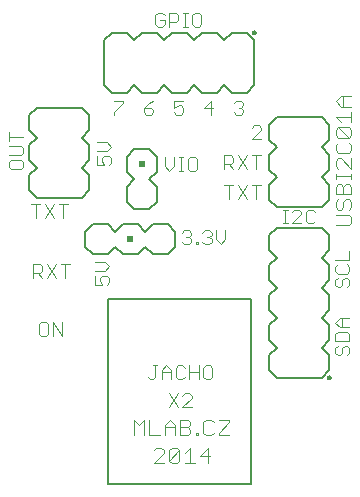
<source format=gbr>
G75*
G70*
%OFA0B0*%
%FSLAX24Y24*%
%IPPOS*%
%LPD*%
%AMOC8*
5,1,8,0,0,1.08239X$1,22.5*
%
%ADD10C,0.0040*%
%ADD11C,0.0050*%
%ADD12C,0.0060*%
%ADD13R,0.0200X0.0200*%
D10*
X001819Y005305D02*
X001973Y005305D01*
X002049Y005382D01*
X002049Y005689D01*
X001973Y005765D01*
X001819Y005765D01*
X001743Y005689D01*
X001743Y005382D01*
X001819Y005305D01*
X002203Y005305D02*
X002203Y005765D01*
X002510Y005305D01*
X002510Y005765D01*
X003617Y007009D02*
X003847Y007009D01*
X003771Y007163D01*
X003771Y007239D01*
X003847Y007316D01*
X004001Y007316D01*
X004078Y007239D01*
X004078Y007086D01*
X004001Y007009D01*
X003617Y007009D02*
X003617Y007316D01*
X003617Y007470D02*
X003924Y007470D01*
X004078Y007623D01*
X003924Y007777D01*
X003617Y007777D01*
X002760Y007703D02*
X002453Y007703D01*
X002606Y007703D02*
X002606Y007243D01*
X002299Y007243D02*
X001992Y007703D01*
X001839Y007626D02*
X001839Y007473D01*
X001762Y007396D01*
X001532Y007396D01*
X001532Y007243D02*
X001532Y007703D01*
X001762Y007703D01*
X001839Y007626D01*
X001686Y007396D02*
X001839Y007243D01*
X001992Y007243D02*
X002299Y007703D01*
X002237Y009243D02*
X001930Y009703D01*
X001777Y009703D02*
X001470Y009703D01*
X001623Y009703D02*
X001623Y009243D01*
X001930Y009243D02*
X002237Y009703D01*
X002390Y009703D02*
X002697Y009703D01*
X002544Y009703D02*
X002544Y009243D01*
X001126Y010868D02*
X001203Y010944D01*
X001203Y011098D01*
X001126Y011174D01*
X000819Y011174D01*
X000742Y011098D01*
X000742Y010944D01*
X000819Y010868D01*
X001126Y010868D01*
X001126Y011328D02*
X001203Y011405D01*
X001203Y011558D01*
X001126Y011635D01*
X000742Y011635D01*
X000742Y011788D02*
X000742Y012095D01*
X000742Y011942D02*
X001203Y011942D01*
X001126Y011328D02*
X000742Y011328D01*
X003680Y011299D02*
X003680Y010993D01*
X003910Y010993D01*
X003833Y011146D01*
X003833Y011223D01*
X003910Y011299D01*
X004063Y011299D01*
X004140Y011223D01*
X004140Y011069D01*
X004063Y010993D01*
X003987Y011453D02*
X004140Y011606D01*
X003987Y011760D01*
X003680Y011760D01*
X003680Y011453D02*
X003987Y011453D01*
X004243Y012680D02*
X004243Y012757D01*
X004549Y013064D01*
X004549Y013140D01*
X004243Y013140D01*
X005243Y012910D02*
X005243Y012757D01*
X005319Y012680D01*
X005473Y012680D01*
X005549Y012757D01*
X005549Y012833D01*
X005473Y012910D01*
X005243Y012910D01*
X005396Y013064D01*
X005549Y013140D01*
X006243Y013140D02*
X006243Y012910D01*
X006396Y012987D01*
X006473Y012987D01*
X006549Y012910D01*
X006549Y012757D01*
X006473Y012680D01*
X006319Y012680D01*
X006243Y012757D01*
X006243Y013140D02*
X006549Y013140D01*
X007243Y012910D02*
X007549Y012910D01*
X007473Y012680D02*
X007473Y013140D01*
X007243Y012910D01*
X008243Y012757D02*
X008319Y012680D01*
X008473Y012680D01*
X008549Y012757D01*
X008549Y012833D01*
X008473Y012910D01*
X008396Y012910D01*
X008473Y012910D02*
X008549Y012987D01*
X008549Y013064D01*
X008473Y013140D01*
X008319Y013140D01*
X008243Y013064D01*
X008905Y012328D02*
X008828Y012251D01*
X008905Y012328D02*
X009058Y012328D01*
X009135Y012251D01*
X009135Y012174D01*
X008828Y011868D01*
X009135Y011868D01*
X009135Y011328D02*
X008828Y011328D01*
X008981Y011328D02*
X008981Y010868D01*
X008674Y010868D02*
X008367Y011328D01*
X008214Y011251D02*
X008214Y011098D01*
X008137Y011021D01*
X007907Y011021D01*
X007907Y010868D02*
X007907Y011328D01*
X008137Y011328D01*
X008214Y011251D01*
X008061Y011021D02*
X008214Y010868D01*
X008367Y010868D02*
X008674Y011328D01*
X008674Y010328D02*
X008367Y009868D01*
X008061Y009868D02*
X008061Y010328D01*
X008214Y010328D02*
X007907Y010328D01*
X008367Y010328D02*
X008674Y009868D01*
X008981Y009868D02*
X008981Y010328D01*
X008828Y010328D02*
X009135Y010328D01*
X009868Y009515D02*
X010021Y009515D01*
X009944Y009515D02*
X009944Y009055D01*
X009868Y009055D02*
X010021Y009055D01*
X010174Y009055D02*
X010481Y009362D01*
X010481Y009439D01*
X010405Y009515D01*
X010251Y009515D01*
X010174Y009439D01*
X010174Y009055D02*
X010481Y009055D01*
X010635Y009132D02*
X010712Y009055D01*
X010865Y009055D01*
X010942Y009132D01*
X010942Y009439D02*
X010865Y009515D01*
X010712Y009515D01*
X010635Y009439D01*
X010635Y009132D01*
X011620Y008993D02*
X012053Y008993D01*
X012140Y009079D01*
X012140Y009253D01*
X012053Y009339D01*
X011620Y009339D01*
X011706Y009508D02*
X011620Y009595D01*
X011620Y009768D01*
X011706Y009855D01*
X011620Y010024D02*
X011620Y010284D01*
X011706Y010371D01*
X011793Y010371D01*
X011880Y010284D01*
X011880Y010024D01*
X011967Y009855D02*
X012053Y009855D01*
X012140Y009768D01*
X012140Y009595D01*
X012053Y009508D01*
X011880Y009595D02*
X011880Y009768D01*
X011967Y009855D01*
X011880Y009595D02*
X011793Y009508D01*
X011706Y009508D01*
X011620Y010024D02*
X012140Y010024D01*
X012140Y010284D01*
X012053Y010371D01*
X011967Y010371D01*
X011880Y010284D01*
X012140Y010539D02*
X012140Y010713D01*
X012140Y010626D02*
X011620Y010626D01*
X011620Y010539D02*
X011620Y010713D01*
X011706Y010883D02*
X011620Y010970D01*
X011620Y011143D01*
X011706Y011230D01*
X011793Y011230D01*
X012140Y010883D01*
X012140Y011230D01*
X012053Y011399D02*
X012140Y011486D01*
X012140Y011659D01*
X012053Y011746D01*
X012053Y011914D02*
X011706Y012261D01*
X012053Y012261D01*
X012140Y012175D01*
X012140Y012001D01*
X012053Y011914D01*
X011706Y011914D01*
X011620Y012001D01*
X011620Y012175D01*
X011706Y012261D01*
X011793Y012430D02*
X011620Y012604D01*
X012140Y012604D01*
X012140Y012777D02*
X012140Y012430D01*
X012140Y012946D02*
X011793Y012946D01*
X011620Y013119D01*
X011793Y013293D01*
X012140Y013293D01*
X011880Y013293D02*
X011880Y012946D01*
X011706Y011746D02*
X011620Y011659D01*
X011620Y011486D01*
X011706Y011399D01*
X012053Y011399D01*
X012078Y008152D02*
X012078Y007845D01*
X011617Y007845D01*
X011694Y007691D02*
X011617Y007614D01*
X011617Y007461D01*
X011694Y007384D01*
X012001Y007384D01*
X012078Y007461D01*
X012078Y007614D01*
X012001Y007691D01*
X012001Y007231D02*
X011924Y007231D01*
X011847Y007154D01*
X011847Y007001D01*
X011771Y006924D01*
X011694Y006924D01*
X011617Y007001D01*
X011617Y007154D01*
X011694Y007231D01*
X012001Y007231D02*
X012078Y007154D01*
X012078Y007001D01*
X012001Y006924D01*
X012078Y005902D02*
X011771Y005902D01*
X011617Y005748D01*
X011771Y005595D01*
X012078Y005595D01*
X012001Y005441D02*
X011694Y005441D01*
X011617Y005364D01*
X011617Y005134D01*
X012078Y005134D01*
X012078Y005364D01*
X012001Y005441D01*
X011847Y005595D02*
X011847Y005902D01*
X011924Y004981D02*
X012001Y004981D01*
X012078Y004904D01*
X012078Y004751D01*
X012001Y004674D01*
X011847Y004751D02*
X011847Y004904D01*
X011924Y004981D01*
X011694Y004981D02*
X011617Y004904D01*
X011617Y004751D01*
X011694Y004674D01*
X011771Y004674D01*
X011847Y004751D01*
X008074Y002515D02*
X008074Y002429D01*
X007727Y002082D01*
X007727Y001995D01*
X008074Y001995D01*
X008074Y002515D02*
X007727Y002515D01*
X007558Y002429D02*
X007471Y002515D01*
X007298Y002515D01*
X007211Y002429D01*
X007211Y002082D01*
X007298Y001995D01*
X007471Y001995D01*
X007558Y002082D01*
X007040Y002082D02*
X007040Y001995D01*
X006953Y001995D01*
X006953Y002082D01*
X007040Y002082D01*
X006785Y002082D02*
X006698Y001995D01*
X006438Y001995D01*
X006438Y002515D01*
X006698Y002515D01*
X006785Y002429D01*
X006785Y002342D01*
X006698Y002255D01*
X006438Y002255D01*
X006269Y002255D02*
X005922Y002255D01*
X005922Y002342D02*
X006096Y002515D01*
X006269Y002342D01*
X006269Y001995D01*
X005922Y001995D02*
X005922Y002342D01*
X005753Y001995D02*
X005406Y001995D01*
X005406Y002515D01*
X005238Y002515D02*
X005238Y001995D01*
X004891Y001995D02*
X004891Y002515D01*
X005064Y002342D01*
X005238Y002515D01*
X006055Y002930D02*
X006362Y003390D01*
X006515Y003314D02*
X006592Y003390D01*
X006746Y003390D01*
X006822Y003314D01*
X006822Y003237D01*
X006515Y002930D01*
X006822Y002930D01*
X006362Y002930D02*
X006055Y003390D01*
X006135Y003868D02*
X006135Y004174D01*
X005981Y004328D01*
X005828Y004174D01*
X005828Y003868D01*
X005828Y004098D02*
X006135Y004098D01*
X006288Y004251D02*
X006288Y003944D01*
X006365Y003868D01*
X006518Y003868D01*
X006595Y003944D01*
X006749Y003868D02*
X006749Y004328D01*
X006595Y004251D02*
X006518Y004328D01*
X006365Y004328D01*
X006288Y004251D01*
X006749Y004098D02*
X007056Y004098D01*
X007209Y004251D02*
X007209Y003944D01*
X007286Y003868D01*
X007439Y003868D01*
X007516Y003944D01*
X007516Y004251D01*
X007439Y004328D01*
X007286Y004328D01*
X007209Y004251D01*
X007056Y004328D02*
X007056Y003868D01*
X006698Y002255D02*
X006785Y002168D01*
X006785Y002082D01*
X006760Y001578D02*
X006760Y001058D01*
X006933Y001058D02*
X006586Y001058D01*
X006418Y001144D02*
X006331Y001058D01*
X006157Y001058D01*
X006071Y001144D01*
X006418Y001491D01*
X006418Y001144D01*
X006586Y001404D02*
X006760Y001578D01*
X006418Y001491D02*
X006331Y001578D01*
X006157Y001578D01*
X006071Y001491D01*
X006071Y001144D01*
X005902Y001058D02*
X005555Y001058D01*
X005902Y001404D01*
X005902Y001491D01*
X005815Y001578D01*
X005642Y001578D01*
X005555Y001491D01*
X007102Y001318D02*
X007449Y001318D01*
X007362Y001578D02*
X007102Y001318D01*
X007362Y001058D02*
X007362Y001578D01*
X005521Y003868D02*
X005598Y003944D01*
X005598Y004328D01*
X005674Y004328D02*
X005521Y004328D01*
X005368Y003944D02*
X005444Y003868D01*
X005521Y003868D01*
X006569Y008368D02*
X006493Y008444D01*
X006569Y008368D02*
X006723Y008368D01*
X006799Y008444D01*
X006799Y008521D01*
X006723Y008598D01*
X006646Y008598D01*
X006723Y008598D02*
X006799Y008674D01*
X006799Y008751D01*
X006723Y008828D01*
X006569Y008828D01*
X006493Y008751D01*
X006953Y008444D02*
X006953Y008368D01*
X007030Y008368D01*
X007030Y008444D01*
X006953Y008444D01*
X007183Y008444D02*
X007260Y008368D01*
X007413Y008368D01*
X007490Y008444D01*
X007490Y008521D01*
X007413Y008598D01*
X007337Y008598D01*
X007413Y008598D02*
X007490Y008674D01*
X007490Y008751D01*
X007413Y008828D01*
X007260Y008828D01*
X007183Y008751D01*
X007643Y008828D02*
X007643Y008521D01*
X007797Y008368D01*
X007950Y008521D01*
X007950Y008828D01*
X006928Y010805D02*
X006774Y010805D01*
X006697Y010882D01*
X006697Y011189D01*
X006774Y011265D01*
X006928Y011265D01*
X007004Y011189D01*
X007004Y010882D01*
X006928Y010805D01*
X006544Y010805D02*
X006390Y010805D01*
X006467Y010805D02*
X006467Y011265D01*
X006390Y011265D02*
X006544Y011265D01*
X006237Y011265D02*
X006237Y010958D01*
X006083Y010805D01*
X005930Y010958D01*
X005930Y011265D01*
X005848Y015618D02*
X005694Y015618D01*
X005618Y015694D01*
X005618Y016001D01*
X005694Y016078D01*
X005848Y016078D01*
X005924Y016001D01*
X005924Y015848D02*
X005771Y015848D01*
X005924Y015848D02*
X005924Y015694D01*
X005848Y015618D01*
X006078Y015618D02*
X006078Y016078D01*
X006308Y016078D01*
X006385Y016001D01*
X006385Y015848D01*
X006308Y015771D01*
X006078Y015771D01*
X006538Y015618D02*
X006692Y015618D01*
X006615Y015618D02*
X006615Y016078D01*
X006538Y016078D02*
X006692Y016078D01*
X006845Y016001D02*
X006845Y015694D01*
X006922Y015618D01*
X007075Y015618D01*
X007152Y015694D01*
X007152Y016001D01*
X007075Y016078D01*
X006922Y016078D01*
X006845Y016001D01*
D11*
X004028Y006536D02*
X004028Y000355D01*
X008792Y000355D01*
X008792Y006536D01*
X004028Y006536D01*
X008860Y015410D02*
X008862Y015423D01*
X008867Y015436D01*
X008876Y015447D01*
X008887Y015454D01*
X008900Y015459D01*
X008913Y015460D01*
X008927Y015457D01*
X008939Y015451D01*
X008949Y015442D01*
X008956Y015430D01*
X008960Y015417D01*
X008960Y015403D01*
X008956Y015390D01*
X008949Y015378D01*
X008939Y015369D01*
X008927Y015363D01*
X008913Y015360D01*
X008900Y015361D01*
X008887Y015366D01*
X008876Y015373D01*
X008867Y015384D01*
X008862Y015397D01*
X008860Y015410D01*
X011360Y003910D02*
X011362Y003923D01*
X011367Y003936D01*
X011376Y003947D01*
X011387Y003954D01*
X011400Y003959D01*
X011413Y003960D01*
X011427Y003957D01*
X011439Y003951D01*
X011449Y003942D01*
X011456Y003930D01*
X011460Y003917D01*
X011460Y003903D01*
X011456Y003890D01*
X011449Y003878D01*
X011439Y003869D01*
X011427Y003863D01*
X011413Y003860D01*
X011400Y003861D01*
X011387Y003866D01*
X011376Y003873D01*
X011367Y003884D01*
X011362Y003897D01*
X011360Y003910D01*
D12*
X011160Y003910D02*
X011410Y004160D01*
X011410Y004660D01*
X011160Y004910D01*
X011410Y005160D01*
X011410Y005660D01*
X011160Y005910D01*
X011410Y006160D01*
X011410Y006660D01*
X011160Y006910D01*
X011410Y007160D01*
X011410Y007660D01*
X011160Y007910D01*
X011410Y008160D01*
X011410Y008660D01*
X011160Y008910D01*
X009660Y008910D01*
X009410Y008660D01*
X009410Y008160D01*
X009660Y007910D01*
X009410Y007660D01*
X009410Y007160D01*
X009660Y006910D01*
X009410Y006660D01*
X009410Y006160D01*
X009660Y005910D01*
X009410Y005660D01*
X009410Y005160D01*
X009660Y004910D01*
X009410Y004660D01*
X009410Y004160D01*
X009660Y003910D01*
X011160Y003910D01*
X011160Y009598D02*
X009660Y009598D01*
X009410Y009848D01*
X009410Y010348D01*
X009660Y010598D01*
X009410Y010848D01*
X009410Y011348D01*
X009660Y011598D01*
X009410Y011848D01*
X009410Y012348D01*
X009660Y012598D01*
X011160Y012598D01*
X011410Y012348D01*
X011410Y011848D01*
X011160Y011598D01*
X011410Y011348D01*
X011410Y010848D01*
X011160Y010598D01*
X011410Y010348D01*
X011410Y009848D01*
X011160Y009598D01*
X008660Y013410D02*
X008160Y013410D01*
X007910Y013660D01*
X007660Y013410D01*
X007160Y013410D01*
X006910Y013660D01*
X006660Y013410D01*
X006160Y013410D01*
X005910Y013660D01*
X005660Y013410D01*
X005160Y013410D01*
X004910Y013660D01*
X004660Y013410D01*
X004160Y013410D01*
X003910Y013660D01*
X003910Y015160D01*
X004160Y015410D01*
X004660Y015410D01*
X004910Y015160D01*
X005160Y015410D01*
X005660Y015410D01*
X005910Y015160D01*
X006160Y015410D01*
X006660Y015410D01*
X006910Y015160D01*
X007160Y015410D01*
X007660Y015410D01*
X007910Y015160D01*
X008160Y015410D01*
X008660Y015410D01*
X008910Y015160D01*
X008910Y013660D01*
X008660Y013410D01*
X005660Y011285D02*
X005660Y010785D01*
X005410Y010535D01*
X005660Y010285D01*
X005660Y009785D01*
X005410Y009535D01*
X004910Y009535D01*
X004660Y009785D01*
X004660Y010285D01*
X004910Y010535D01*
X004660Y010785D01*
X004660Y011285D01*
X004910Y011535D01*
X005410Y011535D01*
X005660Y011285D01*
X005535Y009035D02*
X006035Y009035D01*
X006285Y008785D01*
X006285Y008285D01*
X006035Y008035D01*
X005535Y008035D01*
X005285Y008285D01*
X005035Y008035D01*
X004535Y008035D01*
X004285Y008285D01*
X004035Y008035D01*
X003535Y008035D01*
X003285Y008285D01*
X003285Y008785D01*
X003535Y009035D01*
X004035Y009035D01*
X004285Y008785D01*
X004535Y009035D01*
X005035Y009035D01*
X005285Y008785D01*
X005535Y009035D01*
X003410Y010160D02*
X003410Y010660D01*
X003160Y010910D01*
X003410Y011160D01*
X003410Y011660D01*
X003160Y011910D01*
X003410Y012160D01*
X003410Y012660D01*
X003160Y012910D01*
X001660Y012910D01*
X001410Y012660D01*
X001410Y012160D01*
X001660Y011910D01*
X001410Y011660D01*
X001410Y011160D01*
X001660Y010910D01*
X001410Y010660D01*
X001410Y010160D01*
X001660Y009910D01*
X003160Y009910D01*
X003410Y010160D01*
D13*
X004785Y008535D03*
X005160Y011035D03*
M02*

</source>
